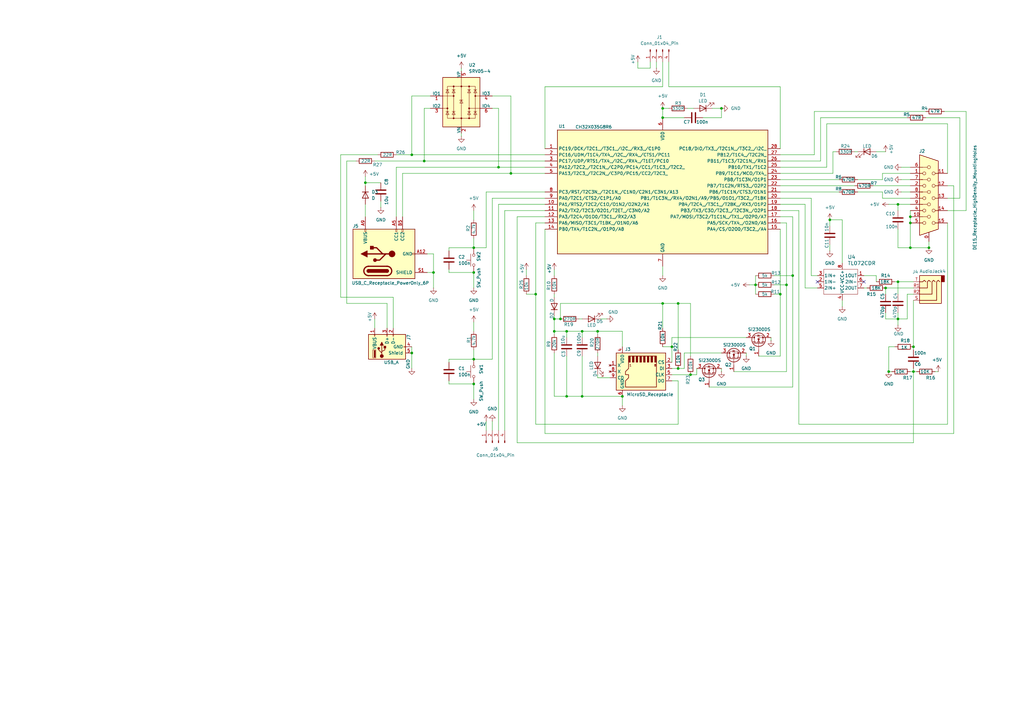
<source format=kicad_sch>
(kicad_sch (version 20231120) (generator "eeschema") (generator_version "8.0")
  (paper "A3")
  (title_block (title "RVPC2") (date "2025-02-23") (rev "v0.1"))
  (junction (at 255.27 162.56))
  (junction (at 278.13 124.46))
  (junction (at 340.36 90.17))
  (junction (at 368.3 115.57))
  (junction (at 238.76 135.89))
  (junction (at 373.38 91.44))
  (junction (at 168.91 63.5))
  (junction (at 209.55 71.12))
  (junction (at 194.31 147.32))
  (junction (at 149.86 74.93))
  (junction (at 238.76 162.56))
  (junction (at 322.58 116.84))
  (junction (at 374.65 152.4))
  (junction (at 283.21 153.67))
  (junction (at 168.91 144.78))
  (junction (at 278.13 151.13))
  (junction (at 325.12 113.03))
  (junction (at 374.65 142.24))
  (junction (at 204.47 68.58))
  (junction (at 309.88 116.84))
  (junction (at 227.33 130.81))
  (junction (at 320.04 120.65))
  (junction (at 271.78 48.26))
  (junction (at 381 101.6))
  (junction (at 368.3 130.81))
  (junction (at 271.78 124.46))
  (junction (at 373.38 88.9))
  (junction (at 368.3 83.82))
  (junction (at 295.91 44.45))
  (junction (at 245.11 135.89))
  (junction (at 232.41 135.89))
  (junction (at 364.49 152.4))
  (junction (at 173.99 66.04))
  (junction (at 219.71 120.65))
  (junction (at 373.38 101.6))
  (junction (at 232.41 162.56))
  (junction (at 229.87 130.81))
  (junction (at 227.33 135.89))
  (junction (at 194.31 157.48))
  (junction (at 363.22 118.11))
  (junction (at 275.59 142.24))
  (junction (at 271.78 44.45))
  (junction (at 194.31 111.76))
  (junction (at 177.8 111.76))
  (junction (at 194.31 101.6))
  (no_connect (at 354.33 115.57))
  (no_connect (at 335.28 115.57))
  (wire (pts (xy 391.16 76.2) (xy 391.16 177.8)))
  (wire (pts (xy 269.24 25.4) (xy 269.24 27.94)))
  (wire (pts (xy 374.65 152.4) (xy 373.38 152.4)))
  (wire (pts (xy 320.04 91.44) (xy 322.58 91.44)))
  (wire (pts (xy 320.04 68.58) (xy 339.09 68.58)))
  (wire (pts (xy 184.15 147.32) (xy 194.31 147.32)))
  (wire (pts (xy 350.52 62.23) (xy 351.79 62.23)))
  (wire (pts (xy 162.56 68.58) (xy 204.47 68.58)))
  (wire (pts (xy 280.67 144.78) (xy 280.67 151.13)))
  (wire (pts (xy 275.59 142.24) (xy 275.59 148.59)))
  (wire (pts (xy 271.78 134.62) (xy 271.78 124.46)))
  (wire (pts (xy 391.16 177.8) (xy 223.52 177.8)))
  (wire (pts (xy 232.41 135.89) (xy 238.76 135.89)))
  (wire (pts (xy 189.23 27.94) (xy 189.23 29.21)))
  (wire (pts (xy 354.33 113.03) (xy 359.41 113.03)))
  (wire (pts (xy 212.09 181.61) (xy 374.65 181.61)))
  (wire (pts (xy 271.78 35.56) (xy 271.78 25.4)))
  (wire (pts (xy 232.41 146.05) (xy 232.41 162.56)))
  (wire (pts (xy 322.58 116.84) (xy 322.58 152.4)))
  (wire (pts (xy 271.78 142.24) (xy 275.59 142.24)))
  (wire (pts (xy 154.94 63.5) (xy 139.7 63.5)))
  (wire (pts (xy 255.27 162.56) (xy 255.27 166.37)))
  (wire (pts (xy 227.33 110.49) (xy 227.33 113.03)))
  (wire (pts (xy 361.95 71.12) (xy 373.38 71.12)))
  (wire (pts (xy 368.3 115.57) (xy 368.3 120.65)))
  (wire (pts (xy 227.33 130.81) (xy 227.33 135.89)))
  (wire (pts (xy 393.7 81.28) (xy 393.7 48.26)))
  (wire (pts (xy 374.65 152.4) (xy 375.92 152.4)))
  (wire (pts (xy 168.91 63.5) (xy 223.52 63.5)))
  (wire (pts (xy 372.11 120.65) (xy 372.11 130.81)))
  (wire (pts (xy 309.88 116.84) (xy 309.88 120.65)))
  (wire (pts (xy 139.7 63.5) (xy 139.7 121.92)))
  (wire (pts (xy 320.04 86.36) (xy 327.66 86.36)))
  (wire (pts (xy 156.21 82.55) (xy 156.21 85.09)))
  (wire (pts (xy 246.38 130.81) (xy 248.92 130.81)))
  (wire (pts (xy 320.04 71.12) (xy 341.63 71.12)))
  (wire (pts (xy 142.24 124.46) (xy 158.75 124.46)))
  (wire (pts (xy 232.41 135.89) (xy 227.33 135.89)))
  (wire (pts (xy 245.11 154.94) (xy 250.19 154.94)))
  (wire (pts (xy 238.76 135.89) (xy 238.76 138.43)))
  (wire (pts (xy 316.23 138.43) (xy 316.23 139.7)))
  (wire (pts (xy 336.55 66.04) (xy 336.55 48.26)))
  (wire (pts (xy 345.44 107.95) (xy 345.44 90.17)))
  (wire (pts (xy 368.3 83.82) (xy 368.3 86.36)))
  (wire (pts (xy 368.3 130.81) (xy 368.3 128.27)))
  (wire (pts (xy 373.38 101.6) (xy 381 101.6)))
  (wire (pts (xy 365.76 152.4) (xy 364.49 152.4)))
  (wire (pts (xy 368.3 83.82) (xy 373.38 83.82)))
  (wire (pts (xy 271.78 124.46) (xy 229.87 124.46)))
  (wire (pts (xy 339.09 50.8) (xy 339.09 68.58)))
  (wire (pts (xy 368.3 115.57) (xy 374.65 115.57)))
  (wire (pts (xy 354.33 118.11) (xy 355.6 118.11)))
  (wire (pts (xy 368.3 101.6) (xy 373.38 101.6)))
  (wire (pts (xy 369.57 68.58) (xy 373.38 68.58)))
  (wire (pts (xy 320.04 120.65) (xy 320.04 146.05)))
  (wire (pts (xy 201.93 172.72) (xy 201.93 176.53)))
  (wire (pts (xy 295.91 151.13) (xy 295.91 152.4)))
  (wire (pts (xy 374.65 142.24) (xy 374.65 143.51)))
  (wire (pts (xy 388.62 91.44) (xy 388.62 173.99)))
  (wire (pts (xy 384.81 152.4) (xy 383.54 152.4)))
  (wire (pts (xy 158.75 124.46) (xy 158.75 134.62)))
  (wire (pts (xy 342.9 62.23) (xy 341.63 62.23)))
  (wire (pts (xy 266.7 25.4) (xy 266.7 27.94)))
  (wire (pts (xy 344.17 78.74) (xy 320.04 78.74)))
  (wire (pts (xy 278.13 143.51) (xy 278.13 124.46)))
  (wire (pts (xy 306.07 144.78) (xy 306.07 146.05)))
  (wire (pts (xy 374.65 181.61) (xy 374.65 152.4)))
  (wire (pts (xy 184.15 102.87) (xy 184.15 101.6)))
  (wire (pts (xy 176.53 39.37) (xy 168.91 39.37)))
  (wire (pts (xy 161.29 121.92) (xy 161.29 134.62)))
  (wire (pts (xy 223.52 88.9) (xy 212.09 88.9)))
  (wire (pts (xy 165.1 71.12) (xy 165.1 88.9)))
  (wire (pts (xy 232.41 162.56) (xy 238.76 162.56)))
  (wire (pts (xy 177.8 104.14) (xy 177.8 111.76)))
  (wire (pts (xy 320.04 35.56) (xy 320.04 60.96)))
  (wire (pts (xy 153.67 66.04) (xy 173.99 66.04)))
  (wire (pts (xy 201.93 39.37) (xy 209.55 39.37)))
  (wire (pts (xy 261.62 27.94) (xy 261.62 25.4)))
  (wire (pts (xy 184.15 110.49) (xy 184.15 111.76)))
  (wire (pts (xy 306.07 138.43) (xy 275.59 138.43)))
  (wire (pts (xy 274.32 35.56) (xy 274.32 25.4)))
  (wire (pts (xy 162.56 68.58) (xy 162.56 88.9)))
  (wire (pts (xy 194.31 157.48) (xy 194.31 163.83)))
  (wire (pts (xy 238.76 146.05) (xy 238.76 162.56)))
  (wire (pts (xy 184.15 148.59) (xy 184.15 147.32)))
  (wire (pts (xy 204.47 83.82) (xy 204.47 176.53)))
  (wire (pts (xy 317.5 113.03) (xy 325.12 113.03)))
  (wire (pts (xy 379.73 45.72) (xy 334.01 45.72)))
  (wire (pts (xy 194.31 143.51) (xy 194.31 147.32)))
  (wire (pts (xy 363.22 130.81) (xy 363.22 128.27)))
  (wire (pts (xy 320.04 88.9) (xy 325.12 88.9)))
  (wire (pts (xy 320.04 35.56) (xy 274.32 35.56)))
  (wire (pts (xy 223.52 86.36) (xy 207.01 86.36)))
  (wire (pts (xy 322.58 91.44) (xy 322.58 116.84)))
  (wire (pts (xy 320.04 83.82) (xy 330.2 83.82)))
  (wire (pts (xy 227.33 129.54) (xy 227.33 130.81)))
  (wire (pts (xy 278.13 124.46) (xy 271.78 124.46)))
  (wire (pts (xy 351.79 78.74) (xy 361.95 78.74)))
  (wire (pts (xy 393.7 48.26) (xy 379.73 48.26)))
  (wire (pts (xy 201.93 81.28) (xy 223.52 81.28)))
  (wire (pts (xy 278.13 151.13) (xy 275.59 151.13)))
  (wire (pts (xy 388.62 76.2) (xy 391.16 76.2)))
  (wire (pts (xy 204.47 68.58) (xy 223.52 68.58)))
  (wire (pts (xy 245.11 135.89) (xy 255.27 135.89)))
  (wire (pts (xy 369.57 78.74) (xy 373.38 78.74)))
  (wire (pts (xy 223.52 60.96) (xy 223.52 35.56)))
  (wire (pts (xy 364.49 83.82) (xy 368.3 83.82)))
  (wire (pts (xy 227.33 162.56) (xy 232.41 162.56)))
  (wire (pts (xy 396.24 86.36) (xy 396.24 45.72)))
  (wire (pts (xy 194.31 86.36) (xy 194.31 90.17)))
  (wire (pts (xy 175.26 104.14) (xy 177.8 104.14)))
  (wire (pts (xy 288.29 48.26) (xy 295.91 48.26)))
  (wire (pts (xy 330.2 83.82) (xy 330.2 118.11)))
  (wire (pts (xy 199.39 78.74) (xy 199.39 101.6)))
  (wire (pts (xy 275.59 156.21) (xy 278.13 156.21)))
  (wire (pts (xy 207.01 86.36) (xy 207.01 176.53)))
  (wire (pts (xy 165.1 71.12) (xy 209.55 71.12)))
  (wire (pts (xy 149.86 74.93) (xy 149.86 76.2)))
  (wire (pts (xy 142.24 66.04) (xy 146.05 66.04)))
  (wire (pts (xy 184.15 157.48) (xy 194.31 157.48)))
  (wire (pts (xy 245.11 135.89) (xy 245.11 137.16)))
  (wire (pts (xy 320.04 73.66) (xy 344.17 73.66)))
  (wire (pts (xy 227.33 120.65) (xy 227.33 121.92)))
  (wire (pts (xy 227.33 137.16) (xy 227.33 135.89)))
  (wire (pts (xy 162.56 63.5) (xy 168.91 63.5)))
  (wire (pts (xy 335.28 118.11) (xy 330.2 118.11)))
  (wire (pts (xy 283.21 153.67) (xy 275.59 153.67)))
  (wire (pts (xy 173.99 66.04) (xy 223.52 66.04)))
  (wire (pts (xy 368.3 130.81) (xy 368.3 133.35)))
  (wire (pts (xy 340.36 90.17) (xy 340.36 92.71)))
  (wire (pts (xy 175.26 111.76) (xy 177.8 111.76)))
  (wire (pts (xy 149.86 72.39) (xy 149.86 74.93)))
  (wire (pts (xy 215.9 110.49) (xy 215.9 113.03)))
  (wire (pts (xy 153.67 130.81) (xy 153.67 134.62)))
  (wire (pts (xy 194.31 132.08) (xy 194.31 135.89)))
  (wire (pts (xy 194.31 147.32) (xy 201.93 147.32)))
  (wire (pts (xy 266.7 27.94) (xy 261.62 27.94)))
  (wire (pts (xy 199.39 172.72) (xy 199.39 176.53)))
  (wire (pts (xy 168.91 151.13) (xy 168.91 144.78)))
  (wire (pts (xy 278.13 156.21) (xy 278.13 173.99)))
  (wire (pts (xy 223.52 83.82) (xy 204.47 83.82)))
  (wire (pts (xy 245.11 153.67) (xy 245.11 154.94)))
  (wire (pts (xy 271.78 109.22) (xy 271.78 113.03)))
  (wire (pts (xy 283.21 124.46) (xy 278.13 124.46)))
  (wire (pts (xy 320.04 76.2) (xy 350.52 76.2)))
  (wire (pts (xy 341.63 62.23) (xy 341.63 71.12)))
  (wire (pts (xy 238.76 162.56) (xy 255.27 162.56)))
  (wire (pts (xy 325.12 88.9) (xy 325.12 113.03)))
  (wire (pts (xy 307.34 116.84) (xy 309.88 116.84)))
  (wire (pts (xy 229.87 124.46) (xy 229.87 130.81)))
  (wire (pts (xy 184.15 111.76) (xy 194.31 111.76)))
  (wire (pts (xy 320.04 93.98) (xy 320.04 120.65)))
  (wire (pts (xy 227.33 144.78) (xy 227.33 162.56)))
  (wire (pts (xy 275.59 138.43) (xy 275.59 142.24)))
  (wire (pts (xy 238.76 135.89) (xy 245.11 135.89)))
  (wire (pts (xy 194.31 101.6) (xy 199.39 101.6)))
  (wire (pts (xy 219.71 120.65) (xy 219.71 91.44)))
  (wire (pts (xy 317.5 120.65) (xy 320.04 120.65)))
  (wire (pts (xy 223.52 93.98) (xy 223.52 177.8)))
  (wire (pts (xy 227.33 130.81) (xy 229.87 130.81)))
  (wire (pts (xy 149.86 83.82) (xy 149.86 88.9)))
  (wire (pts (xy 373.38 91.44) (xy 373.38 101.6)))
  (wire (pts (xy 295.91 144.78) (xy 280.67 144.78)))
  (wire (pts (xy 219.71 91.44) (xy 223.52 91.44)))
  (wire (pts (xy 363.22 118.11) (xy 374.65 118.11)))
  (wire (pts (xy 280.67 151.13) (xy 278.13 151.13)))
  (wire (pts (xy 361.95 81.28) (xy 373.38 81.28)))
  (wire (pts (xy 204.47 44.45) (xy 204.47 68.58)))
  (wire (pts (xy 201.93 81.28) (xy 201.93 147.32)))
  (wire (pts (xy 345.44 90.17) (xy 340.36 90.17)))
  (wire (pts (xy 363.22 118.11) (xy 363.22 120.65)))
  (wire (pts (xy 374.65 123.19) (xy 374.65 142.24)))
  (wire (pts (xy 232.41 135.89) (xy 232.41 138.43)))
  (wire (pts (xy 285.75 153.67) (xy 283.21 153.67)))
  (wire (pts (xy 194.31 111.76) (xy 194.31 118.11)))
  (wire (pts (xy 345.44 123.19) (xy 345.44 125.73)))
  (wire (pts (xy 271.78 44.45) (xy 271.78 48.26)))
  (wire (pts (xy 325.12 158.75) (xy 290.83 158.75)))
  (wire (pts (xy 381 99.06) (xy 381 101.6)))
  (wire (pts (xy 139.7 121.92) (xy 161.29 121.92)))
  (wire (pts (xy 184.15 156.21) (xy 184.15 157.48)))
  (wire (pts (xy 372.11 48.26) (xy 336.55 48.26)))
  (wire (pts (xy 320.04 146.05) (xy 311.15 146.05)))
  (wire (pts (xy 332.74 81.28) (xy 332.74 113.03)))
  (wire (pts (xy 332.74 113.03) (xy 335.28 113.03)))
  (wire (pts (xy 168.91 144.78) (xy 168.91 142.24)))
  (wire (pts (xy 142.24 66.04) (xy 142.24 124.46)))
  (wire (pts (xy 388.62 50.8) (xy 388.62 71.12)))
  (wire (pts (xy 245.11 144.78) (xy 245.11 146.05)))
  (wire (pts (xy 199.39 78.74) (xy 223.52 78.74)))
  (wire (pts (xy 396.24 45.72) (xy 387.35 45.72)))
  (wire (pts (xy 281.94 44.45) (xy 284.48 44.45)))
  (wire (pts (xy 255.27 135.89) (xy 255.27 142.24)))
  (wire (pts (xy 237.49 130.81) (xy 238.76 130.81)))
  (wire (pts (xy 339.09 50.8) (xy 388.62 50.8)))
  (wire (pts (xy 223.52 35.56) (xy 271.78 35.56)))
  (wire (pts (xy 372.11 120.65) (xy 374.65 120.65)))
  (wire (pts (xy 363.22 130.81) (xy 368.3 130.81)))
  (wire (pts (xy 283.21 146.05) (xy 283.21 124.46)))
  (wire (pts (xy 209.55 71.12) (xy 223.52 71.12)))
  (wire (pts (xy 194.31 97.79) (xy 194.31 101.6)))
  (wire (pts (xy 177.8 111.76) (xy 177.8 118.11)))
  (wire (pts (xy 388.62 81.28) (xy 393.7 81.28)))
  (wire (pts (xy 359.41 113.03) (xy 359.41 115.57)))
  (wire (pts (xy 332.74 81.28) (xy 320.04 81.28)))
  (wire (pts (xy 278.13 173.99) (xy 219.71 173.99)))
  (wire (pts (xy 292.1 44.45) (xy 295.91 44.45)))
  (wire (pts (xy 367.03 115.57) (xy 368.3 115.57)))
  (wire (pts (xy 372.11 130.81) (xy 368.3 130.81)))
  (wire (pts (xy 358.14 76.2) (xy 373.38 76.2)))
  (wire (pts (xy 320.04 63.5) (xy 334.01 63.5)))
  (wire (pts (xy 189.23 54.61) (xy 189.23 55.88)))
  (wire (pts (xy 271.78 48.26) (xy 280.67 48.26)))
  (wire (pts (xy 201.93 44.45) (xy 204.47 44.45)))
  (wire (pts (xy 320.04 66.04) (xy 336.55 66.04)))
  (wire (pts (xy 327.66 173.99) (xy 388.62 173.99)))
  (wire (pts (xy 212.09 88.9) (xy 212.09 181.61)))
  (wire (pts (xy 168.91 39.37) (xy 168.91 63.5)))
  (wire (pts (xy 322.58 152.4) (xy 300.99 152.4)))
  (wire (pts (xy 325.12 113.03) (xy 325.12 158.75)))
  (wire (pts (xy 327.66 86.36) (xy 327.66 173.99)))
  (wire (pts (xy 156.21 74.93) (xy 149.86 74.93)))
  (wire (pts (xy 309.88 113.03) (xy 309.88 116.84)))
  (wire (pts (xy 209.55 39.37) (xy 209.55 71.12)))
  (wire (pts (xy 271.78 44.45) (xy 274.32 44.45)))
  (wire (pts (xy 374.65 151.13) (xy 374.65 152.4)))
  (wire (pts (xy 334.01 45.72) (xy 334.01 63.5)))
  (wire (pts (xy 369.57 73.66) (xy 373.38 73.66)))
  (wire (pts (xy 173.99 44.45) (xy 173.99 66.04)))
  (wire (pts (xy 361.95 71.12) (xy 361.95 73.66)))
  (wire (pts (xy 215.9 120.65) (xy 219.71 120.65)))
  (wire (pts (xy 295.91 48.26) (xy 295.91 44.45)))
  (wire (pts (xy 285.75 151.13) (xy 285.75 153.67)))
  (wire (pts (xy 317.5 116.84) (xy 322.58 116.84)))
  (wire (pts (xy 368.3 93.98) (xy 368.3 101.6)))
  (wire (pts (xy 351.79 73.66) (xy 361.95 73.66)))
  (wire (pts (xy 219.71 120.65) (xy 219.71 173.99)))
  (wire (pts (xy 373.38 88.9) (xy 373.38 91.44)))
  (wire (pts (xy 388.62 86.36) (xy 396.24 86.36)))
  (wire (pts (xy 176.53 44.45) (xy 173.99 44.45)))
  (wire (pts (xy 359.41 62.23) (xy 363.22 62.23)))
  (wire (pts (xy 184.15 101.6) (xy 194.31 101.6)))
  (wire (pts (xy 373.38 86.36) (xy 373.38 88.9)))
  (wire (pts (xy 364.49 142.24) (xy 364.49 152.4)))
  (wire (pts (xy 340.36 100.33) (xy 340.36 102.87)))
  (wire (pts (xy 367.03 142.24) (xy 364.49 142.24)))
  (wire (pts (xy 361.95 81.28) (xy 361.95 78.74)))
  (symbol (lib_id "Power_Protection:SRV05-4") (at 189.23 41.91 0) (unit 1)
    (property "Reference" "U2" (at 192.2465 26.67 0) (effects (justify left)))
    (property "Value" "SRV05-4" (at 192.2465 29.21 0) (effects (justify left)))
    (property "Footprint" "Package_TO_SOT_SMD:SOT-23-6" (effects (hide yes)))
    (property "Datasheet" "http://www.onsemi.com/pub/Collateral/SRV05-4-D.PDF" (effects (hide yes)))
    (property "Description" "ESD Protection Diodes with Low Clamping Voltage, SOT-23-6" (effects (hide yes)))
  )
  (symbol (lib_id "power:+5V") (at 153.67 130.81 0) (unit 1)
    (property "Reference" "#PWR028" (effects (hide yes)))
    (property "Value" "+5V" (at 151.638 132.08 90) (effects (justify left)))
    (property "Description" "Power symbol creates a global label with name \"+5V\"" (effects (hide yes)))
  )
  (symbol (lib_id "Device:R") (at 194.31 139.7 0) (unit 1)
    (property "Reference" "R1" (at 192.278 140.716 90) (effects (justify left)))
    (property "Value" "4.7k" (at 194.31 141.732 90) (effects (justify left)))
    (property "Footprint" "Resistor_SMD:R_0805_2012Metric" (effects (hide yes)))
    (property "Description" "Resistor" (effects (hide yes)))
  )
  (symbol (lib_id "power:GND") (at 194.31 163.83 0) (unit 1)
    (property "Reference" "#PWR04" (effects (hide yes)))
    (property "Value" "GND" (at 194.31 168.91 0))
    (property "Description" "Power symbol creates a global label with name \"GND\" , ground" (effects (hide yes)))
  )
  (symbol (lib_id "power:GND") (at 369.57 68.58 270) (unit 1)
    (property "Reference" "#PWR011" (effects (hide yes)))
    (property "Value" "GND" (at 366.522 68.58 90) (effects (justify right)))
    (property "Description" "Power symbol creates a global label with name \"GND\" , ground" (effects (hide yes)))
  )
  (symbol (lib_id "power:GND") (at 306.07 146.05 0) (unit 1)
    (property "Reference" "#PWR018" (effects (hide yes)))
    (property "Value" "GND" (at 306.07 151.13 0))
    (property "Description" "Power symbol creates a global label with name \"GND\" , ground" (effects (hide yes)))
  )
  (symbol (lib_id "Device:R") (at 149.86 66.04 270) (unit 1)
    (property "Reference" "R27" (at 152.908 67.564 90) (effects (justify left)))
    (property "Value" "22R" (at 148.082 66.04 90) (effects (justify left)))
    (property "Footprint" "Resistor_SMD:R_0805_2012Metric" (effects (hide yes)))
    (property "Description" "Resistor" (effects (hide yes)))
  )
  (symbol (lib_id "Connector:USB_A") (at 158.75 142.24 90) (unit 1)
    (property "Reference" "J7" (at 167.64 137.16 0) (effects (justify right)))
    (property "Value" "USB_A" (at 157.4801 148.59 90) (effects (justify right)))
    (property "Footprint" "Connector_USB:USB2_A_Female_Short_14.6x10" (effects (hide yes)))
    (property "Description" "USB Type A connector" (effects (hide yes)))
  )
  (symbol (lib_id "Connector:Conn_01x04_Pin") (at 201.93 181.61 90) (unit 1)
    (property "Reference" "J6" (at 203.2 184.15 90))
    (property "Value" "Conn_01x04_Pin" (at 203.2 186.69 90))
    (property "Footprint" "Connector_PinHeader_2.54mm:PinHeader_1x04_P2.54mm_Vertical" (effects (hide yes)))
    (property "Description" "Generic connector, single row, 01x04, script generated" (effects (hide yes)))
  )
  (symbol (lib_id "power:+5V") (at 215.9 110.49 0) (unit 1)
    (property "Reference" "#PWR032" (effects (hide yes)))
    (property "Value" "+5V" (at 214.122 110.236 90))
    (property "Description" "Power symbol creates a global label with name \"+5V\"" (effects (hide yes)))
  )
  (symbol (lib_id "power:GND") (at 269.24 27.94 0) (unit 1)
    (property "Reference" "#PWR08" (effects (hide yes)))
    (property "Value" "GND" (at 269.24 33.02 0))
    (property "Description" "Power symbol creates a global label with name \"GND\" , ground" (effects (hide yes)))
  )
  (symbol (lib_id "Device:R") (at 278.13 44.45 90) (unit 1)
    (property "Reference" "R3" (at 278.13 42.418 90))
    (property "Value" "330R" (at 278.13 44.45 90))
    (property "Footprint" "Resistor_SMD:R_0805_2012Metric" (effects (hide yes)))
    (property "Description" "Resistor" (effects (hide yes)))
  )
  (symbol (lib_id "Device:R") (at 347.98 73.66 90) (unit 1)
    (property "Reference" "R6" (at 343.916 72.644 90))
    (property "Value" "470R" (at 347.98 73.66 90))
    (property "Footprint" "Resistor_SMD:R_0805_2012Metric" (effects (hide yes)))
    (property "Description" "Resistor" (effects (hide yes)))
  )
  (symbol (lib_id "Device:R") (at 363.22 115.57 90) (unit 1)
    (property "Reference" "R14" (at 363.22 113.03 90))
    (property "Value" "18K" (at 362.966 115.57 90))
    (property "Footprint" "Resistor_SMD:R_0805_2012Metric" (effects (hide yes)))
    (property "Description" "Resistor" (effects (hide yes)))
  )
  (symbol (lib_id "Device:R") (at 383.54 45.72 90) (unit 1)
    (property "Reference" "R4" (at 379.222 44.45 90))
    (property "Value" "47R" (at 383.54 45.72 90))
    (property "Footprint" "Resistor_SMD:R_0805_2012Metric" (effects (hide yes)))
    (property "Description" "Resistor" (effects (hide yes)))
  )
  (symbol (lib_id "power:GND") (at 316.23 139.7 0) (unit 1)
    (property "Reference" "#PWR037" (effects (hide yes)))
    (property "Value" "GND" (at 316.23 144.78 0))
    (property "Description" "Power symbol creates a global label with name \"GND\" , ground" (effects (hide yes)))
  )
  (symbol (lib_id "Device:R") (at 354.33 76.2 90) (unit 1)
    (property "Reference" "R7" (at 358.394 75.184 90))
    (property "Value" "470R" (at 354.584 76.2 90))
    (property "Footprint" "Resistor_SMD:R_0805_2012Metric" (effects (hide yes)))
    (property "Description" "Resistor" (effects (hide yes)))
  )
  (symbol (lib_id "power:GND") (at 271.78 113.03 0) (unit 1)
    (property "Reference" "#PWR02" (effects (hide yes)))
    (property "Value" "GND" (at 271.78 118.11 0))
    (property "Description" "Power symbol creates a global label with name \"GND\" , ground" (effects (hide yes)))
  )
  (symbol (lib_id "Device:C") (at 284.48 48.26 90) (unit 1)
    (property "Reference" "C7" (at 281.686 50.038 90))
    (property "Value" "100n" (at 288.036 50.038 90))
    (property "Footprint" "Capacitor_SMD:C_1206_3216Metric" (effects (hide yes)))
    (property "Description" "Unpolarized capacitor" (effects (hide yes)))
  )
  (symbol (lib_id "si2300:Si2300") (at 311.15 140.97 90) (unit 1)
    (property "Reference" "Q1" (at 308.61 143.002 90))
    (property "Value" "Si2300DS" (at 311.404 135.128 90))
    (property "Footprint" "Package_TO_SOT_SMD:SOT-23" (effects (hide yes)))
    (property "Datasheet" "https://www.vishay.com/docs/65701/si2300ds.pdf" (effects (hide yes)))
    (property "Description" "3.6A Id, 30V Vds, N-Channel MOSFET, SOT-23" (effects (hide yes)))
  )
  (symbol (lib_id "power:+5V") (at 384.81 152.4 0) (unit 1)
    (property "Reference" "#PWR021" (effects (hide yes)))
    (property "Value" "+5V" (at 384.302 147.574 0))
    (property "Description" "Power symbol creates a global label with name \"+5V\"" (effects (hide yes)))
  )
  (symbol (lib_id "Switch:SW_Push") (at 194.31 106.68 90) (unit 1)
    (property "Reference" "SW2" (at 196.342 103.124 0) (effects (justify right)))
    (property "Value" "SW_Push" (at 196.342 109.728 0) (effects (justify right)))
    (property "Footprint" "Button_Switch_SMD:SW_SPST_5x5_4pin" (effects (hide yes)))
    (property "Description" "Push button switch, generic, two pins" (effects (hide yes)))
  )
  (symbol (lib_id "power:+5V") (at 271.78 44.45 0) (unit 1)
    (property "Reference" "#PWR01" (effects (hide yes)))
    (property "Value" "+5V" (at 271.78 39.37 0))
    (property "Description" "Power symbol creates a global label with name \"+5V\"" (effects (hide yes)))
  )
  (symbol (lib_id "Device:R") (at 278.13 147.32 0) (unit 1)
    (property "Reference" "R22" (at 277.114 144.272 90) (effects (justify left)))
    (property "Value" "10k" (at 278.13 149.098 90) (effects (justify left)))
    (property "Footprint" "Resistor_SMD:R_0805_2012Metric" (effects (hide yes)))
    (property "Description" "Resistor" (effects (hide yes)))
  )
  (symbol (lib_id "Amplifier_Operational:TL072CDR") (at 345.44 115.57 0) (unit 1)
    (property "Reference" "U4" (at 347.6341 105.41 0) (effects (font (size 1.524 1.524)) (justify left)))
    (property "Value" "TL072CDR" (at 347.6341 107.95 0) (effects (font (size 1.524 1.524)) (justify left)))
    (property "Footprint" "Package_SO:D8" (effects (hide yes)))
    (property "Datasheet" "TL072CDR" (effects (hide yes)))
  )
  (symbol (lib_id "Device:C") (at 363.22 124.46 0) (unit 1)
    (property "Reference" "C5" (at 361.95 122.936 90) (effects (justify left)))
    (property "Value" "470p" (at 361.95 130.556 90) (effects (justify left)))
    (property "Footprint" "Capacitor_SMD:C_1206_3216Metric" (effects (hide yes)))
    (property "Description" "Unpolarized capacitor" (effects (hide yes)))
  )
  (symbol (lib_id "Device:R") (at 347.98 78.74 90) (unit 1)
    (property "Reference" "R8" (at 343.916 77.47 90))
    (property "Value" "470R" (at 347.98 78.74 90))
    (property "Footprint" "Resistor_SMD:R_0805_2012Metric" (effects (hide yes)))
    (property "Description" "Resistor" (effects (hide yes)))
  )
  (symbol (lib_id "Connector:Conn_01x04_Pin") (at 269.24 20.32 90) (mirror x) (unit 1)
    (property "Reference" "J1" (at 270.51 15.24 90))
    (property "Value" "Conn_01x04_Pin" (at 270.51 17.78 90))
    (property "Footprint" "Connector_PinHeader_2.54mm:PinHeader_1x04_P2.54mm_Vertical" (effects (hide yes)))
    (property "Description" "Generic connector, single row, 01x04, script generated" (effects (hide yes)))
  )
  (symbol (lib_id "Device:R") (at 346.71 62.23 90) (unit 1)
    (property "Reference" "R24" (at 346.71 59.944 90))
    (property "Value" "330R" (at 346.964 62.23 90))
    (property "Footprint" "Resistor_SMD:R_0805_2012Metric" (effects (hide yes)))
    (property "Description" "Resistor" (effects (hide yes)))
  )
  (symbol (lib_id "power:GND") (at 194.31 118.11 0) (unit 1)
    (property "Reference" "#PWR06" (effects (hide yes)))
    (property "Value" "GND" (at 194.31 123.19 0))
    (property "Description" "Power symbol creates a global label with name \"GND\" , ground" (effects (hide yes)))
  )
  (symbol (lib_id "power:+5V") (at 194.31 86.36 0) (unit 1)
    (property "Reference" "#PWR05" (effects (hide yes)))
    (property "Value" "+5V" (at 194.31 81.28 0))
    (property "Description" "Power symbol creates a global label with name \"+5V\"" (effects (hide yes)))
  )
  (symbol (lib_id "Device:LED") (at 355.6 62.23 0) (unit 1)
    (property "Reference" "D6" (at 358.648 64.008 0))
    (property "Value" "LED" (at 355.6 59.944 0))
    (property "Footprint" "LED_SMD:LED_1206_3216Metric" (effects (hide yes)))
    (property "Description" "Light emitting diode" (effects (hide yes)))
  )
  (symbol (lib_id "power:GND") (at 340.36 102.87 0) (unit 1)
    (property "Reference" "#PWR019" (effects (hide yes)))
    (property "Value" "GND" (at 340.36 107.95 0))
    (property "Description" "Power symbol creates a global label with name \"GND\" , ground" (effects (hide yes)))
  )
  (symbol (lib_id "Device:R") (at 158.75 63.5 270) (unit 1)
    (property "Reference" "R26" (at 162.306 62.484 90) (effects (justify left)))
    (property "Value" "22R" (at 156.972 63.5 90) (effects (justify left)))
    (property "Footprint" "Resistor_SMD:R_0805_2012Metric" (effects (hide yes)))
    (property "Description" "Resistor" (effects (hide yes)))
  )
  (symbol (lib_id "power:+5V") (at 340.36 90.17 0) (unit 1)
    (property "Reference" "#PWR017" (effects (hide yes)))
    (property "Value" "+5V" (at 340.36 85.09 0))
    (property "Description" "Power symbol creates a global label with name \"+5V\"" (effects (hide yes)))
  )
  (symbol (lib_id "power:GND") (at 168.91 151.13 0) (unit 1)
    (property "Reference" "#PWR025" (effects (hide yes)))
    (property "Value" "GND" (at 167.386 151.384 90) (effects (justify left)))
    (property "Description" "Power symbol creates a global label with name \"GND\" , ground" (effects (hide yes)))
  )
  (symbol (lib_id "Connector:DE15_Receptacle_HighDensity_MountingHoles") (at 381 81.28 0) (unit 1)
    (property "Reference" "J2" (at 378.206 61.976 0))
    (property "Value" "DE15_Receptacle_HighDensity_MountingHoles" (at 399.796 81.026 90))
    (property "Footprint" "Connector_Dsub:DSUB-15-HD_Female_Vertical_P2.29x1.98mm_MountingHoles" (effects (hide yes)))
    (property "Description" "15-pin female receptacle socket D-SUB connector, High density (3 columns), Triple Row, Generic, VGA-connector, Mounting Hole" (effects (hide yes)))
  )
  (symbol (lib_id "power:+5V") (at 363.22 62.23 0) (unit 1)
    (property "Reference" "#PWR034" (effects (hide yes)))
    (property "Value" "+5V" (at 365.506 61.214 90))
    (property "Description" "Power symbol creates a global label with name \"+5V\"" (effects (hide yes)))
  )
  (symbol (lib_id "Device:R") (at 375.92 48.26 90) (unit 1)
    (property "Reference" "R5" (at 371.856 46.99 90))
    (property "Value" "47R" (at 375.92 48.26 90))
    (property "Footprint" "Resistor_SMD:R_0805_2012Metric" (effects (hide yes)))
    (property "Description" "Resistor" (effects (hide yes)))
  )
  (symbol (lib_id "power:GND") (at 156.21 85.09 0) (unit 1)
    (property "Reference" "#PWR031" (effects (hide yes)))
    (property "Value" "GND" (at 156.21 90.17 0))
    (property "Description" "Power symbol creates a global label with name \"GND\" , ground" (effects (hide yes)))
  )
  (symbol (lib_id "Device:R") (at 370.84 142.24 270) (unit 1)
    (property "Reference" "R18" (at 369.316 139.7 90) (effects (justify left)))
    (property "Value" "1K" (at 369.57 142.494 90) (effects (justify left)))
    (property "Footprint" "Resistor_SMD:R_0805_2012Metric" (effects (hide yes)))
    (property "Description" "Resistor" (effects (hide yes)))
  )
  (symbol (lib_id "Device:C") (at 368.3 124.46 0) (unit 1)
    (property "Reference" "C4" (at 367.284 122.682 90) (effects (justify left)))
    (property "Value" "470p" (at 367.03 130.556 90) (effects (justify left)))
    (property "Footprint" "Capacitor_SMD:C_1206_3216Metric" (effects (hide yes)))
    (property "Description" "Unpolarized capacitor" (effects (hide yes)))
  )
  (symbol (lib_id "power:+5V") (at 149.86 72.39 0) (unit 1)
    (property "Reference" "#PWR024" (effects (hide yes)))
    (property "Value" "+5V" (at 153.416 71.374 0))
    (property "Description" "Power symbol creates a global label with name \"+5V\"" (effects (hide yes)))
  )
  (symbol (lib_id "Device:LED") (at 245.11 149.86 90) (unit 1)
    (property "Reference" "D4" (at 244.094 151.892 0) (effects (justify right)))
    (property "Value" "LED" (at 242.57 148.082 0) (effects (justify right)))
    (property "Footprint" "LED_SMD:LED_1206_3216Metric" (effects (hide yes)))
    (property "Description" "Light emitting diode" (effects (hide yes)))
  )
  (symbol (lib_id "Device:R") (at 313.69 113.03 90) (unit 1)
    (property "Reference" "R13" (at 318.262 112.014 90))
    (property "Value" "5k" (at 313.69 113.03 90))
    (property "Footprint" "Resistor_SMD:R_0805_2012Metric" (effects (hide yes)))
    (property "Description" "Resistor" (effects (hide yes)))
  )
  (symbol (lib_id "power:+5V") (at 307.34 116.84 90) (unit 1)
    (property "Reference" "#PWR038" (effects (hide yes)))
    (property "Value" "+5V" (at 303.53 116.8399 90) (effects (justify left)))
    (property "Description" "Power symbol creates a global label with name \"+5V\"" (effects (hide yes)))
  )
  (symbol (lib_id "Device:C") (at 374.65 147.32 0) (unit 1)
    (property "Reference" "C6" (at 376.428 149.352 0))
    (property "Value" "100n" (at 377.444 144.78 0))
    (property "Footprint" "Capacitor_SMD:C_1206_3216Metric" (effects (hide yes)))
    (property "Description" "Unpolarized capacitor" (effects (hide yes)))
  )
  (symbol (lib_id "power:GND") (at 368.3 133.35 0) (unit 1)
    (property "Reference" "#PWR020" (effects (hide yes)))
    (property "Value" "GND" (at 368.554 136.906 0))
    (property "Description" "Power symbol creates a global label with name \"GND\" , ground" (effects (hide yes)))
  )
  (symbol (lib_id "power:+5V") (at 199.39 172.72 0) (unit 1)
    (property "Reference" "#PWR026" (effects (hide yes)))
    (property "Value" "+5V" (at 197.358 173.99 0))
    (property "Description" "Power symbol creates a global label with name \"+5V\"" (effects (hide yes)))
  )
  (symbol (lib_id "power:GND") (at 345.44 125.73 0) (unit 1)
    (property "Reference" "#PWR036" (effects (hide yes)))
    (property "Value" "GND" (at 345.44 130.81 0))
    (property "Description" "Power symbol creates a global label with name \"GND\" , ground" (effects (hide yes)))
  )
  (symbol (lib_id "power:GND") (at 295.91 44.45 90) (unit 1)
    (property "Reference" "#PWR07" (effects (hide yes)))
    (property "Value" "GND" (at 299.72 44.4499 90) (effects (justify right)))
    (property "Description" "Power symbol creates a global label with name \"GND\" , ground" (effects (hide yes)))
  )
  (symbol (lib_id "power:GND") (at 248.92 130.81 90) (unit 1)
    (property "Reference" "#PWR033" (effects (hide yes)))
    (property "Value" "GND" (at 249.428 128.016 90) (effects (justify right)))
    (property "Description" "Power symbol creates a global label with name \"GND\" , ground" (effects (hide yes)))
  )
  (symbol (lib_id "Device:R") (at 245.11 140.97 0) (unit 1)
    (property "Reference" "R20" (at 242.824 142.494 90) (effects (justify left)))
    (property "Value" "270R" (at 245.11 143.51 90) (effects (justify left)))
    (property "Footprint" "Resistor_SMD:R_0805_2012Metric" (effects (hide yes)))
    (property "Description" "Resistor" (effects (hide yes)))
  )
  (symbol (lib_id "power:+5V") (at 194.31 132.08 0) (unit 1)
    (property "Reference" "#PWR03" (effects (hide yes)))
    (property "Value" "+5V" (at 194.31 127 0))
    (property "Description" "Power symbol creates a global label with name \"+5V\"" (effects (hide yes)))
  )
  (symbol (lib_id "Device:C") (at 232.41 142.24 0) (unit 1)
    (property "Reference" "C3" (at 231.14 146.558 90) (effects (justify left)))
    (property "Value" "10u" (at 230.886 141.224 90) (effects (justify left)))
    (property "Footprint" "Capacitor_SMD:C_1206_3216Metric" (effects (hide yes)))
    (property "Description" "Unpolarized capacitor" (effects (hide yes)))
  )
  (symbol (lib_id "Connector:Micro_SD_Card_Receptacle_9_Pin") (at 262.89 152.4 0) (unit 1)
    (property "Reference" "J3" (at 256.286 143.256 0) (effects (justify left)))
    (property "Value" "MicroSD_Receptacle" (at 257.048 161.798 0) (effects (justify left)))
    (property "Footprint" "Connector:Micro_SD_9pin_push_push" (effects (hide yes)))
    (property "Datasheet" "http://portal.fciconnect.com/Comergent//fci/drawing/10067847.pdf" (effects (hide yes)))
    (property "Description" "MicroSD receptacle SPI" (effects (hide yes)))
  )
  (symbol (lib_id "Device:R") (at 283.21 149.86 0) (unit 1)
    (property "Reference" "R23" (at 282.194 157.734 90) (effects (justify left)))
    (property "Value" "10k" (at 283.21 151.638 90) (effects (justify left)))
    (property "Footprint" "Resistor_SMD:R_0805_2012Metric" (effects (hide yes)))
    (property "Description" "Resistor" (effects (hide yes)))
  )
  (symbol (lib_id "Device:C") (at 238.76 142.24 0) (unit 1)
    (property "Reference" "C9" (at 237.49 146.304 90) (effects (justify left)))
    (property "Value" "100n" (at 237.49 141.224 90) (effects (justify left)))
    (property "Footprint" "Capacitor_SMD:C_1206_3216Metric" (effects (hide yes)))
    (property "Description" "Unpolarized capacitor" (effects (hide yes)))
  )
  (symbol (lib_id "power:GND") (at 369.57 78.74 270) (unit 1)
    (property "Reference" "#PWR013" (effects (hide yes)))
    (property "Value" "GND" (at 366.522 78.74 90) (effects (justify right)))
    (property "Description" "Power symbol creates a global label with name \"GND\" , ground" (effects (hide yes)))
  )
  (symbol (lib_id "Device:R") (at 233.68 130.81 90) (unit 1)
    (property "Reference" "R19" (at 235.204 133.096 90) (effects (justify left)))
    (property "Value" "270R" (at 236.22 130.81 90) (effects (justify left)))
    (property "Footprint" "Resistor_SMD:R_0805_2012Metric" (effects (hide yes)))
    (property "Description" "Resistor" (effects (hide yes)))
  )
  (symbol (lib_id "MCU_WCH_CH32X0:CH32X035G8R6") (at 271.78 78.74 0) (unit 1)
    (property "Reference" "U1" (at 229.108 51.816 0) (effects (justify left)))
    (property "Value" "CH32X035G8R6" (at 235.966 52.07 0) (effects (justify left)))
    (property "Footprint" "Package_SO:QSOP-28_3.9x9.9mm_P0.635mm" (effects (hide yes)))
    (property "Datasheet" "http://www.wch-ic.com/downloads/CH32X035DS0_PDF.html" (effects (hide yes)))
    (property "Description" "QingKe RISC-V core with: built-in USB and PD PHY, USB Host/Device, USB PD/type-C, 2 groups of OPA, 3 groups of CMP, 4 groups of USART, I2C, SPI, multiple timers, 12-bit ADC, 14-channel Touchkey, programmable protocol I/O controller" (effects (hide yes)))
  )
  (symbol (lib_id "power:GND") (at 255.27 166.37 0) (unit 1)
    (property "Reference" "#PWR015" (effects (hide yes)))
    (property "Value" "GND" (at 255.27 171.45 0))
    (property "Description" "Power symbol creates a global label with name \"GND\" , ground" (effects (hide yes)))
  )
  (symbol (lib_id "Device:R") (at 227.33 140.97 0) (unit 1)
    (property "Reference" "R9" (at 225.044 142.494 90) (effects (justify left)))
    (property "Value" "20k" (at 227.33 142.748 90) (effects (justify left)))
    (property "Footprint" "Resistor_SMD:R_0805_2012Metric" (effects (hide yes)))
    (property "Description" "Resistor" (effects (hide yes)))
  )
  (symbol (lib_id "Device:R") (at 271.78 138.43 0) (unit 1)
    (property "Reference" "R21" (at 270.764 135.382 90) (effects (justify left)))
    (property "Value" "10k" (at 271.78 140.208 90) (effects (justify left)))
    (property "Footprint" "Resistor_SMD:R_0805_2012Metric" (effects (hide yes)))
    (property "Description" "Resistor" (effects (hide yes)))
  )
  (symbol (lib_id "Device:C") (at 184.15 106.68 0) (unit 1)
    (property "Reference" "C2" (at 187.96 105.4099 0) (effects (justify left)))
    (property "Value" "100n" (at 187.96 107.9499 0) (effects (justify left)))
    (property "Footprint" "Capacitor_SMD:C_1206_3216Metric" (effects (hide yes)))
    (property "Description" "Unpolarized capacitor" (effects (hide yes)))
  )
  (symbol (lib_id "power:+5V") (at 261.62 25.4 0) (unit 1)
    (property "Reference" "#PWR035" (effects (hide yes)))
    (property "Value" "+5V" (at 259.588 24.384 90))
    (property "Description" "Power symbol creates a global label with name \"+5V\"" (effects (hide yes)))
  )
  (symbol (lib_id "Device:R") (at 194.31 93.98 0) (unit 1)
    (property "Reference" "R2" (at 192.024 94.996 90) (effects (justify left)))
    (property "Value" "4.7k" (at 194.31 96.012 90) (effects (justify left)))
    (property "Footprint" "Resistor_SMD:R_0805_2012Metric" (effects (hide yes)))
    (property "Description" "Resistor" (effects (hide yes)))
  )
  (symbol (lib_id "Connector:USB_C_Receptacle_PowerOnly_6P") (at 157.48 104.14 90) (unit 1)
    (property "Reference" "J5" (at 147.066 92.71 90) (effects (justify left)))
    (property "Value" "USB_C_Receptacle_PowerOnly_6P" (at 176.022 116.078 90) (effects (justify left)))
    (property "Footprint" "Connector_USB:USB_C_Receptacle_HRO_TYPE-C-31-M-17" (effects (hide yes)))
    (property "Datasheet" "https://www.usb.org/sites/default/files/documents/usb_type-c.zip" (effects (hide yes)))
    (property "Description" "USB Power-Only 6P Type-C Receptacle connector" (effects (hide yes)))
  )
  (symbol (lib_id "power:+5V") (at 189.23 27.94 0) (unit 1)
    (property "Reference" "#PWR030" (effects (hide yes)))
    (property "Value" "+5V" (at 189.23 22.86 0))
    (property "Description" "Power symbol creates a global label with name \"+5V\"" (effects (hide yes)))
  )
  (symbol (lib_id "si2300:Si2300") (at 290.83 153.67 90) (unit 1)
    (property "Reference" "Q3" (at 287.782 155.702 90))
    (property "Value" "Si2300DS" (at 291.084 147.828 90))
    (property "Footprint" "Package_TO_SOT_SMD:SOT-23" (effects (hide yes)))
    (property "Datasheet" "https://www.vishay.com/docs/65701/si2300ds.pdf" (effects (hide yes)))
    (property "Description" "3.6A Id, 30V Vds, N-Channel MOSFET, SOT-23" (effects (hide yes)))
  )
  (symbol (lib_id "Device:R") (at 359.41 118.11 90) (unit 1)
    (property "Reference" "R15" (at 357.378 120.65 90))
    (property "Value" "18K" (at 359.41 118.11 90))
    (property "Footprint" "Resistor_SMD:R_0805_2012Metric" (effects (hide yes)))
    (property "Description" "Resistor" (effects (hide yes)))
  )
  (symbol (lib_id "Device:D") (at 227.33 125.73 90) (unit 1)
    (property "Reference" "D2" (at 226.314 128.016 0) (effects (justify right)))
    (property "Value" "D" (at 226.314 122.428 0) (effects (justify right)))
    (property "Footprint" "Diode_SMD:D_1206_3216Metric" (effects (hide yes)))
    (property "Description" "Diode" (effects (hide yes)))
    (property "Sim.Device" "D" (effects (hide yes)))
    (property "Sim.Pins" "1=K 2=A" (effects (hide yes)))
  )
  (symbol (lib_id "Device:R") (at 313.69 116.84 90) (unit 1)
    (property "Reference" "R12" (at 318.262 115.824 90))
    (property "Value" "5k" (at 313.69 116.84 90))
    (property "Footprint" "Resistor_SMD:R_0805_2012Metric" (effects (hide yes)))
    (property "Description" "Resistor" (effects (hide yes)))
  )
  (symbol (lib_id "si2300:Si2300") (at 300.99 147.32 90) (unit 1)
    (property "Reference" "Q2" (at 298.704 149.606 90))
    (property "Value" "Si2300DS" (at 301.244 141.478 90))
    (property "Footprint" "Package_TO_SOT_SMD:SOT-23" (effects (hide yes)))
    (property "Datasheet" "https://www.vishay.com/docs/65701/si2300ds.pdf" (effects (hide yes)))
    (property "Description" "3.6A Id, 30V Vds, N-Channel MOSFET, SOT-23" (effects (hide yes)))
  )
  (symbol (lib_id "Connector_Audio:AudioJack4") (at 379.73 120.65 180) (unit 1)
    (property "Reference" "J4" (at 375.412 111.506 0))
    (property "Value" "AudioJack4" (at 382.524 111.252 0))
    (property "Footprint" "Connector_Audio:Jack_3.5mm_PJ320E_Horizontal" (effects (hide yes)))
    (property "Description" "Audio Jack, 4 Poles (TRRS)" (effects (hide yes)))
  )
  (symbol (lib_id "power:GND") (at 364.49 152.4 0) (unit 1)
    (property "Reference" "#PWR022" (effects (hide yes)))
    (property "Value" "GND" (at 364.49 157.48 0))
    (property "Description" "Power symbol creates a global label with name \"GND\" , ground" (effects (hide yes)))
  )
  (symbol (lib_id "power:GND") (at 189.23 55.88 0) (unit 1)
    (property "Reference" "#PWR029" (effects (hide yes)))
    (property "Value" "GND" (at 189.23 60.96 0))
    (property "Description" "Power symbol creates a global label with name \"GND\" , ground" (effects (hide yes)))
  )
  (symbol (lib_id "Device:R") (at 215.9 116.84 0) (unit 1)
    (property "Reference" "R25" (at 213.868 118.618 90) (effects (justify left)))
    (property "Value" "10k" (at 215.9 119.126 90) (effects (justify left)))
    (property "Footprint" "Resistor_SMD:R_0805_2012Metric" (effects (hide yes)))
    (property "Description" "Resistor" (effects (hide yes)))
  )
  (symbol (lib_id "Device:LED") (at 288.29 44.45 180) (unit 1)
    (property "Reference" "D1" (at 288.29 38.862 0))
    (property "Value" "LED" (at 288.29 41.402 0))
    (property "Footprint" "LED_SMD:LED_1206_3216Metric" (effects (hide yes)))
    (property "Description" "Light emitting diode" (effects (hide yes)))
  )
  (symbol (lib_id "Device:D") (at 149.86 80.01 270) (unit 1)
    (property "Reference" "D3" (at 152.4 78.7399 90) (effects (justify left)))
    (property "Value" "D" (at 152.4 81.2799 90) (effects (justify left)))
    (property "Footprint" "Diode_SMD:D_1206_3216Metric" (effects (hide yes)))
    (property "Description" "Diode" (effects (hide yes)))
    (property "Sim.Device" "D" (effects (hide yes)))
    (property "Sim.Pins" "1=K 2=A" (effects (hide yes)))
  )
  (symbol (lib_id "Device:C") (at 184.15 152.4 0) (unit 1)
    (property "Reference" "C1" (at 187.96 151.1299 0) (effects (justify left)))
    (property "Value" "100n" (at 187.96 153.6699 0) (effects (justify left)))
    (property "Footprint" "Capacitor_SMD:C_1206_3216Metric" (effects (hide yes)))
    (property "Description" "Unpolarized capacitor" (effects (hide yes)))
  )
  (symbol (lib_id "power:GND") (at 177.8 118.11 0) (unit 1)
    (property "Reference" "#PWR023" (effects (hide yes)))
    (property "Value" "GND" (at 177.8 123.19 0))
    (property "Description" "Power symbol creates a global label with name \"GND\" , ground" (effects (hide yes)))
  )
  (symbol (lib_id "power:GND") (at 295.91 152.4 0) (unit 1)
    (property "Reference" "#PWR016" (effects (hide yes)))
    (property "Value" "GND" (at 295.91 157.48 0))
    (property "Description" "Power symbol creates a global label with name \"GND\" , ground" (effects (hide yes)))
  )
  (symbol (lib_id "power:+5V") (at 227.33 110.49 0) (unit 1)
    (property "Reference" "#PWR014" (effects (hide yes)))
    (property "Value" "+5V" (at 225.298 110.236 90))
    (property "Description" "Power symbol creates a global label with name \"+5V\"" (effects (hide yes)))
  )
  (symbol (lib_id "Device:R") (at 369.57 152.4 270) (unit 1)
    (property "Reference" "R17" (at 370.332 154.94 90) (effects (justify left)))
    (property "Value" "10K" (at 367.284 152.4 90) (effects (justify left)))
    (property "Footprint" "Resistor_SMD:R_0805_2012Metric" (effects (hide yes)))
    (property "Description" "Resistor" (effects (hide yes)))
  )
  (symbol (lib_id "power:GND") (at 201.93 172.72 180) (unit 1)
    (property "Reference" "#PWR027" (effects (hide yes)))
    (property "Value" "GND" (at 201.93 167.64 0))
    (property "Description" "Power symbol creates a global label with name \"GND\" , ground" (effects (hide yes)))
  )
  (symbol (lib_id "Device:C") (at 156.21 78.74 0) (unit 1)
    (property "Reference" "C8" (at 158.496 75.946 90) (effects (justify left)))
    (property "Value" "10u" (at 158.496 84.074 90) (effects (justify left)))
    (property "Footprint" "Capacitor_SMD:C_1206_3216Metric" (effects (hide yes)))
    (property "Description" "Unpolarized capacitor" (effects (hide yes)))
  )
  (symbol (lib_id "Device:R") (at 227.33 116.84 0) (unit 1)
    (property "Reference" "R10" (at 225.044 119.126 90) (effects (justify left)))
    (property "Value" "10k" (at 227.33 118.872 90) (effects (justify left)))
    (property "Footprint" "Resistor_SMD:R_0805_2012Metric" (effects (hide yes)))
    (property "Description" "Resistor" (effects (hide yes)))
  )
  (symbol (lib_id "Device:C") (at 340.36 96.52 0) (unit 1)
    (property "Reference" "C11" (at 339.09 101.854 90) (effects (justify left)))
    (property "Value" "10n" (at 339.09 94.996 90) (effects (justify left)))
    (property "Footprint" "Capacitor_SMD:C_1206_3216Metric" (effects (hide yes)))
    (property "Description" "Unpolarized capacitor" (effects (hide yes)))
  )
  (symbol (lib_id "Device:R") (at 379.73 152.4 270) (unit 1)
    (property "Reference" "R16" (at 379.73 154.94 90) (effects (justify left)))
    (property "Value" "10K" (at 377.444 152.4 90) (effects (justify left)))
    (property "Footprint" "Resistor_SMD:R_0805_2012Metric" (effects (hide yes)))
    (property "Description" "Resistor" (effects (hide yes)))
  )
  (symbol (lib_id "Switch:SW_Push") (at 194.31 152.4 90) (unit 1)
    (property "Reference" "SW1" (at 197.358 149.352 0) (effects (justify right)))
    (property "Value" "SW_Push" (at 197.358 156.21 0) (effects (justify right)))
    (property "Footprint" "Button_Switch_SMD:SW_SPST_5x5_4pin" (effects (hide yes)))
    (property "Description" "Push button switch, generic, two pins" (effects (hide yes)))
  )
  (symbol (lib_id "power:+5V") (at 364.49 83.82 90) (unit 1)
    (property "Reference" "#PWR010" (effects (hide yes)))
    (property "Value" "+5V" (at 360.68 83.8199 90) (effects (justify left)))
    (property "Description" "Power symbol creates a global label with name \"+5V\"" (effects (hide yes)))
  )
  (symbol (lib_id "Device:R") (at 313.69 120.65 90) (unit 1)
    (property "Reference" "R11" (at 318.008 119.634 90))
    (property "Value" "5k" (at 313.69 120.65 90))
    (property "Footprint" "Resistor_SMD:R_0805_2012Metric" (effects (hide yes)))
    (property "Description" "Resistor" (effects (hide yes)))
  )
  (symbol (lib_id "Device:C") (at 368.3 90.17 0) (unit 1)
    (property "Reference" "C10" (at 363.22 87.63 0) (effects (justify left)))
    (property "Value" "100n" (at 363.22 92.964 0) (effects (justify left)))
    (property "Footprint" "Capacitor_SMD:C_1206_3216Metric" (effects (hide yes)))
    (property "Description" "Unpolarized capacitor" (effects (hide yes)))
  )
  (symbol (lib_id "Device:LED") (at 242.57 130.81 180) (unit 1)
    (property "Reference" "D5" (at 244.602 131.826 0) (effects (justify right)))
    (property "Value" "LED" (at 240.792 133.35 0) (effects (justify right)))
    (property "Footprint" "LED_SMD:LED_1206_3216Metric" (effects (hide yes)))
    (property "Description" "Light emitting diode" (effects (hide yes)))
  )
  (symbol (lib_id "power:GND") (at 369.57 73.66 270) (unit 1)
    (property "Reference" "#PWR012" (effects (hide yes)))
    (property "Value" "GND" (at 366.522 73.66 90) (effects (justify right)))
    (property "Description" "Power symbol creates a global label with name \"GND\" , ground" (effects (hide yes)))
  )
  (symbol (lib_id "power:GND") (at 381 101.6 0) (unit 1)
    (property "Reference" "#PWR09" (effects (hide yes)))
    (property "Value" "GND" (at 381 106.68 0))
    (property "Description" "Power symbol creates a global label with name \"GND\" , ground" (effects (hide yes)))
  )
)
</source>
